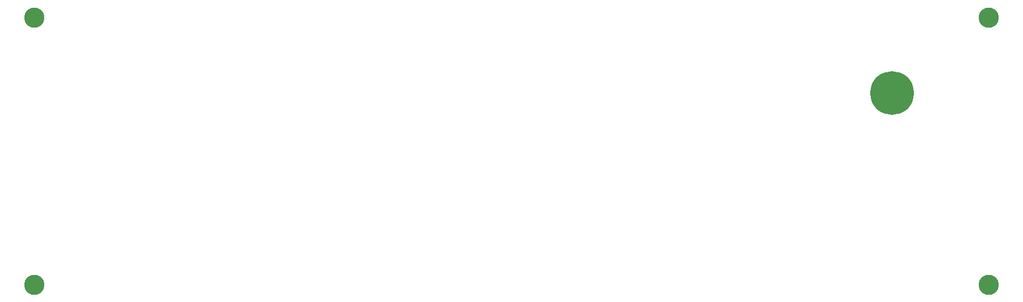
<source format=gbr>
%TF.GenerationSoftware,KiCad,Pcbnew,6.0.1-79c1e3a40b~116~ubuntu18.04.1*%
%TF.CreationDate,2022-01-19T06:10:36+01:00*%
%TF.ProjectId,ss_frontpanel_outer_plate_Al,73735f66-726f-46e7-9470-616e656c5f6f,rev?*%
%TF.SameCoordinates,Original*%
%TF.FileFunction,Soldermask,Top*%
%TF.FilePolarity,Negative*%
%FSLAX46Y46*%
G04 Gerber Fmt 4.6, Leading zero omitted, Abs format (unit mm)*
G04 Created by KiCad (PCBNEW 6.0.1-79c1e3a40b~116~ubuntu18.04.1) date 2022-01-19 06:10:36*
%MOMM*%
%LPD*%
G01*
G04 APERTURE LIST*
%ADD10C,7.102000*%
%ADD11C,3.300000*%
G04 APERTURE END LIST*
D10*
%TO.C,M3*%
X212000000Y-65000000D03*
%TD*%
D11*
%TO.C,H2*%
X227750000Y-52670000D03*
%TD*%
%TO.C,H3*%
X72250000Y-96200000D03*
%TD*%
%TO.C,H4*%
X227750000Y-96200000D03*
%TD*%
%TO.C,H1*%
X72250000Y-52670000D03*
%TD*%
M02*

</source>
